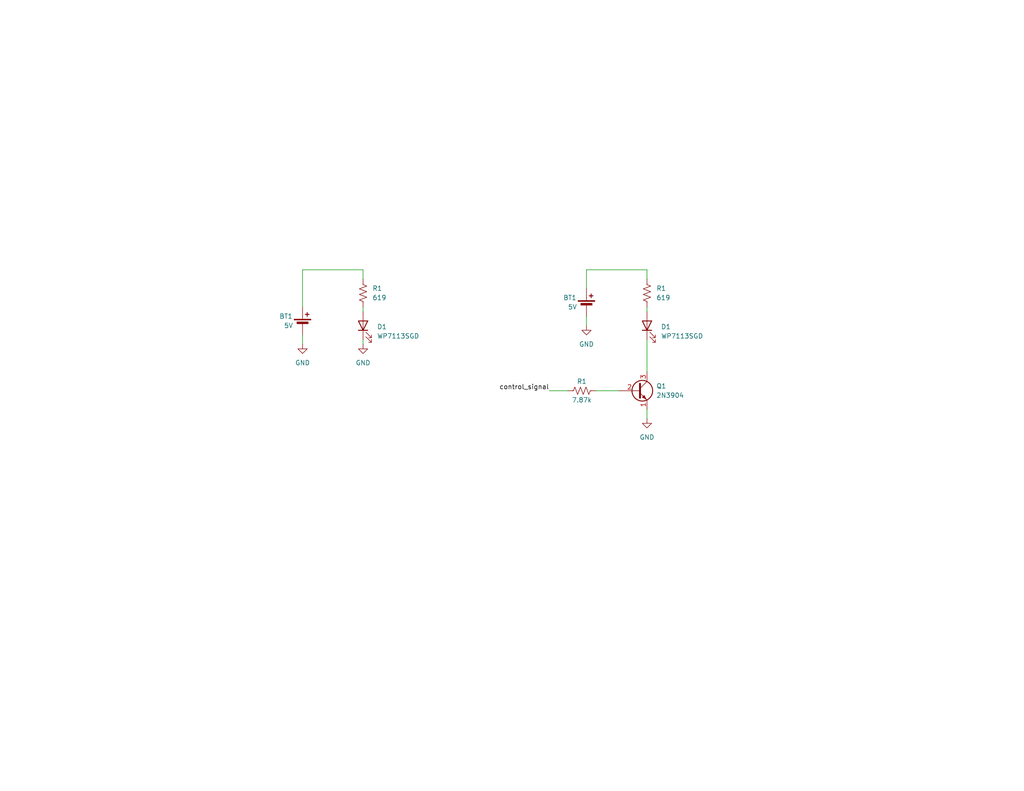
<source format=kicad_sch>
(kicad_sch (version 20230121) (generator eeschema)
  (paper "A")
  (lib_symbols
    (symbol "Device:Battery_Cell" (pin_numbers hide) (pin_names (offset 0) hide)
      (property "Reference" "BT" (at 2.54 2.54 0))
      (property "Value" "Battery_Cell" (at 2.54 0 0))
      (symbol "Battery_Cell_0_1"
        (rectangle (start -2.286 1.778) (end 2.286 1.524) (fill (type outline)))
        (rectangle (start -1.524 1.016) (end 1.524 0.508) (fill (type outline)))
        (polyline (pts (xy 0 0.762) (xy 0 0)))
        (polyline (pts (xy 0 1.778) (xy 0 2.54)))
        (polyline (pts (xy 0.762 3.048) (xy 1.778 3.048)) (stroke (width 0.254)))
        (polyline (pts (xy 1.27 3.556) (xy 1.27 2.54)) (stroke (width 0.254)))
      )
      (symbol "Battery_Cell_1_1"
        (pin passive line (at 0 5.08 270) (length 2.54) (name "+") (number "1"))
        (pin passive line (at 0 -2.54 90) (length 2.54) (name "-") (number "2"))
      )
    )
    (symbol "Device:LED" (pin_numbers hide) (pin_names (offset 1.016) hide)
      (property "Reference" "D" (at 0 2.54 0))
      (property "Value" "LED" (at 0 -2.54 0))
      (symbol "LED_0_1"
        (polyline (pts (xy -1.27 -1.27) (xy -1.27 1.27)) (stroke (width 0.254)))
        (polyline (pts (xy -1.27 0) (xy 1.27 0)))
        (polyline (pts (xy 1.27 -1.27) (xy 1.27 1.27) (xy -1.27 0) (xy 1.27 -1.27)) (stroke (width 0.254)))
        (polyline (pts (xy -3.048 -0.762) (xy -4.572 -2.286) (xy -3.81 -2.286) (xy -4.572 -2.286) (xy -4.572 -1.524)))
        (polyline (pts (xy -1.778 -0.762) (xy -3.302 -2.286) (xy -2.54 -2.286) (xy -3.302 -2.286) (xy -3.302 -1.524)))
      )
      (symbol "LED_1_1"
        (pin passive line (at -3.81 0 0) (length 2.54) (name "K") (number "1"))
        (pin passive line (at 3.81 0 180) (length 2.54) (name "A") (number "2"))
      )
    )
    (symbol "Device:R_US" (pin_numbers hide) (pin_names (offset 0))
      (property "Reference" "R" (at 2.54 0 90))
      (property "Value" "R_US" (at -2.54 0 90))
      (symbol "R_US_0_1"
        (polyline (pts (xy 0 -2.286) (xy 0 -2.54)))
        (polyline (pts (xy 0 2.286) (xy 0 2.54)))
        (polyline (pts (xy 0 -0.762) (xy 1.016 -1.143) (xy 0 -1.524) (xy -1.016 -1.905) (xy 0 -2.286)))
        (polyline (pts (xy 0 0.762) (xy 1.016 0.381) (xy 0 0) (xy -1.016 -0.381) (xy 0 -0.762)))
        (polyline (pts (xy 0 2.286) (xy 1.016 1.905) (xy 0 1.524) (xy -1.016 1.143) (xy 0 0.762)))
      )
      (symbol "R_US_1_1"
        (pin passive line (at 0 3.81 270) (length 1.27) (name "~") (number "1"))
        (pin passive line (at 0 -3.81 90) (length 1.27) (name "~") (number "2"))
      )
    )
    (symbol "Transistor_BJT:2N3904" (pin_names (offset 0) hide)
      (property "Reference" "Q" (at 5.08 1.905 0))
      (property "Value" "2N3904" (at 5.08 0 0))
      (symbol "2N3904_0_1"
        (polyline (pts (xy 0.635 0.635) (xy 2.54 2.54)))
        (polyline (pts (xy 0.635 -0.635) (xy 2.54 -2.54) (xy 2.54 -2.54)))
        (polyline (pts (xy 0.635 1.905) (xy 0.635 -1.905) (xy 0.635 -1.905)) (stroke (width 0.508)))
        (polyline (pts (xy 1.27 -1.778) (xy 1.778 -1.27) (xy 2.286 -2.286) (xy 1.27 -1.778) (xy 1.27 -1.778)) (fill (type outline)))
        (circle (center 1.27 0) (radius 2.8194) (stroke (width 0.254)))
      )
      (symbol "2N3904_1_1"
        (pin passive line (at 2.54 -5.08 90) (length 2.54) (name "E") (number "1"))
        (pin passive line (at -5.08 0 0) (length 5.715) (name "B") (number "2"))
        (pin passive line (at 2.54 5.08 270) (length 2.54) (name "C") (number "3"))
      )
    )
    (symbol "power:GND" (power) (pin_names (offset 0))
      (property "Value" "GND" (at 0 -3.81 0))
      (symbol "GND_0_1"
        (polyline (pts (xy 0 0) (xy 0 -1.27) (xy 1.27 -1.27) (xy 0 -2.54) (xy -1.27 -1.27) (xy 0 -1.27)))
      )
      (symbol "GND_1_1"
        (pin power_in line (at 0 0 270) (length 0) hide (name "GND") (number "1"))
      )
    )
  )
  (wire (pts (xy 82.55 91.44) (xy 82.55 93.98)))
  (wire (pts (xy 160.02 73.66) (xy 176.53 73.66)))
  (wire (pts (xy 99.06 83.82) (xy 99.06 85.09)))
  (wire (pts (xy 99.06 92.71) (xy 99.06 93.98)))
  (wire (pts (xy 176.53 111.76) (xy 176.53 114.3)))
  (wire (pts (xy 176.53 73.66) (xy 176.53 76.2)))
  (wire (pts (xy 149.86 106.68) (xy 154.94 106.68)))
  (wire (pts (xy 160.02 78.74) (xy 160.02 73.66)))
  (wire (pts (xy 160.02 86.36) (xy 160.02 88.9)))
  (wire (pts (xy 99.06 73.66) (xy 99.06 76.2)))
  (wire (pts (xy 82.55 83.82) (xy 82.55 73.66)))
  (wire (pts (xy 176.53 83.82) (xy 176.53 85.09)))
  (wire (pts (xy 162.56 106.68) (xy 168.91 106.68)))
  (wire (pts (xy 176.53 92.71) (xy 176.53 101.6)))
  (wire (pts (xy 82.55 73.66) (xy 99.06 73.66)))
  (label "control_signal" (at 149.86 106.68 180))
  (symbol (lib_id "Device:LED") (at 176.53 88.9 90) (unit 1)
    (property "Reference" "D1" (at 180.34 89.2175 90) (effects (justify right)))
    (property "Value" "WP7113SGD" (at 180.34 91.7575 90) (effects (justify right)))
  )
  (symbol (lib_id "Device:LED") (at 99.06 88.9 90) (unit 1)
    (property "Reference" "D1" (at 102.87 89.2175 90) (effects (justify right)))
    (property "Value" "WP7113SGD" (at 102.87 91.7575 90) (effects (justify right)))
  )
  (symbol (lib_id "power:GND") (at 176.53 114.3 0) (unit 1)
    (property "Reference" "#PWR04" (effects hide))
    (property "Value" "GND" (at 176.53 119.38 0))
  )
  (symbol (lib_id "Device:R_US") (at 99.06 80.01 0) (unit 1)
    (property "Reference" "R1" (at 101.6 78.74 0) (effects (justify left)))
    (property "Value" "619" (at 101.6 81.28 0) (effects (justify left)))
  )
  (symbol (lib_id "Device:Battery_Cell") (at 82.55 88.9 0) (unit 1)
    (property "Reference" "BT1" (at 76.2 86.36 0) (effects (justify left)))
    (property "Value" "5V" (at 77.47 88.9 0) (effects (justify left)))
  )
  (symbol (lib_id "power:GND") (at 160.02 88.9 0) (unit 1)
    (property "Reference" "#PWR03" (effects hide))
    (property "Value" "GND" (at 160.02 93.98 0))
  )
  (symbol (lib_id "Transistor_BJT:2N3904") (at 173.99 106.68 0) (unit 1)
    (property "Reference" "Q1" (at 179.07 105.41 0) (effects (justify left)))
    (property "Value" "2N3904" (at 179.07 107.95 0) (effects (justify left)))
    (property "Footprint" "Package_TO_SOT_THT:TO-92_Inline" (effects hide))
    (property "Datasheet" "https://www.onsemi.com/pub/Collateral/2N3903-D.PDF" (effects hide))
  )
  (symbol (lib_id "power:GND") (at 82.55 93.98 0) (unit 1)
    (property "Reference" "#PWR01" (effects hide))
    (property "Value" "GND" (at 82.55 99.06 0))
  )
  (symbol (lib_id "Device:R_US") (at 158.75 106.68 90) (unit 1)
    (property "Reference" "R1" (at 158.75 104.14 90))
    (property "Value" "7.87k" (at 158.75 109.22 90))
  )
  (symbol (lib_id "power:GND") (at 99.06 93.98 0) (unit 1)
    (property "Reference" "#PWR02" (effects hide))
    (property "Value" "GND" (at 99.06 99.06 0))
  )
  (symbol (lib_id "Device:Battery_Cell") (at 160.02 83.82 0) (unit 1)
    (property "Reference" "BT1" (at 153.67 81.28 0) (effects (justify left)))
    (property "Value" "5V" (at 154.94 83.82 0) (effects (justify left)))
  )
  (symbol (lib_id "Device:R_US") (at 176.53 80.01 0) (unit 1)
    (property "Reference" "R1" (at 179.07 78.74 0) (effects (justify left)))
    (property "Value" "619" (at 179.07 81.28 0) (effects (justify left)))
  )
)
</source>
